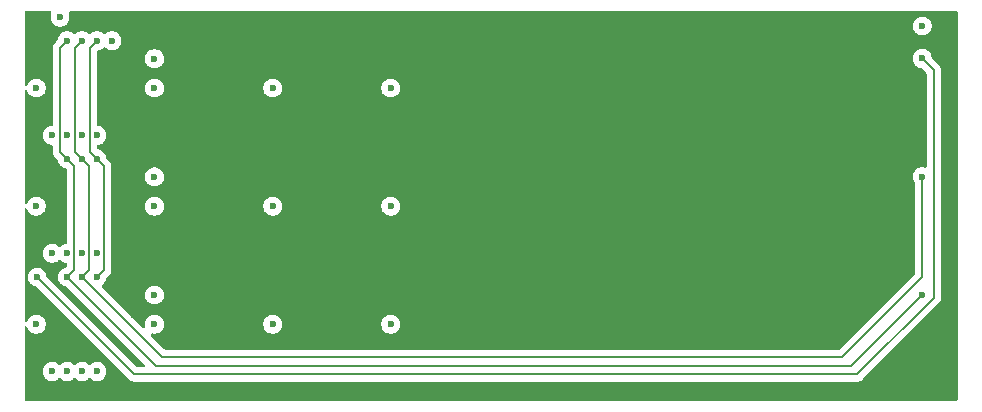
<source format=gbr>
%TF.GenerationSoftware,KiCad,Pcbnew,9.0.3*%
%TF.CreationDate,2025-08-28T14:22:22-04:00*%
%TF.ProjectId,Shift-LED-Board,53686966-742d-44c4-9544-2d426f617264,rev?*%
%TF.SameCoordinates,Original*%
%TF.FileFunction,Copper,L2,Inr*%
%TF.FilePolarity,Positive*%
%FSLAX46Y46*%
G04 Gerber Fmt 4.6, Leading zero omitted, Abs format (unit mm)*
G04 Created by KiCad (PCBNEW 9.0.3) date 2025-08-28 14:22:22*
%MOMM*%
%LPD*%
G01*
G04 APERTURE LIST*
%TA.AperFunction,ViaPad*%
%ADD10C,0.600000*%
%TD*%
%TA.AperFunction,Conductor*%
%ADD11C,0.200000*%
%TD*%
G04 APERTURE END LIST*
D10*
%TO.N,GND*%
X171000000Y-71250000D03*
X104250000Y-45250000D03*
X113000000Y-47250000D03*
X123000000Y-57250000D03*
X123000000Y-47250000D03*
X163000000Y-57250000D03*
X96055000Y-50000000D03*
X113000000Y-67250000D03*
X97750000Y-71500000D03*
X153000000Y-47250000D03*
X143000000Y-47250000D03*
X163000000Y-67250000D03*
X173000000Y-57250000D03*
X133000000Y-57250000D03*
X143000000Y-67250000D03*
X163000000Y-47250000D03*
X173000000Y-47250000D03*
X104250000Y-55250000D03*
X173000000Y-67250000D03*
X133000000Y-67250000D03*
X123000000Y-67250000D03*
X96055000Y-60000000D03*
X113000000Y-57250000D03*
X143000000Y-57250000D03*
X133000000Y-47250000D03*
X104250000Y-65250000D03*
X153000000Y-67250000D03*
%TO.N,/5V*%
X171000000Y-40750000D03*
X106000000Y-53525000D03*
X106000000Y-63525000D03*
X98000000Y-40000000D03*
X106000000Y-43525000D03*
%TO.N,Net-(U1-QA)*%
X96000000Y-46000000D03*
%TO.N,Net-(U1-QB)*%
X106000000Y-46000000D03*
%TO.N,Net-(U1-QC)*%
X116000000Y-46000000D03*
%TO.N,Net-(U1-QD)*%
X126000000Y-46000000D03*
%TO.N,Net-(U1-QE)*%
X101135000Y-50000000D03*
%TO.N,Net-(U1-QF)*%
X99865000Y-50000000D03*
%TO.N,Net-(U1-QG)*%
X98595000Y-50000000D03*
%TO.N,Net-(U1-QH)*%
X97325000Y-50000000D03*
%TO.N,Net-(U2-QA)*%
X96000000Y-56000000D03*
%TO.N,Net-(U2-QB)*%
X106000000Y-56000000D03*
%TO.N,Net-(U2-QC)*%
X116000000Y-56000000D03*
%TO.N,Net-(U2-QD)*%
X126000000Y-56000000D03*
%TO.N,Net-(U2-QE)*%
X101135000Y-60000000D03*
%TO.N,Net-(U2-QF)*%
X99865000Y-60000000D03*
%TO.N,Net-(U2-QG)*%
X98595000Y-60000000D03*
%TO.N,Net-(U2-QH)*%
X97325000Y-60000000D03*
%TO.N,Net-(U3-QA)*%
X96000000Y-66000000D03*
%TO.N,Net-(U3-QB)*%
X106000000Y-66000000D03*
%TO.N,Net-(U3-QC)*%
X116000000Y-66000000D03*
%TO.N,Net-(U3-QD)*%
X126000000Y-66000000D03*
%TO.N,Net-(U3-QE)*%
X101135000Y-70000000D03*
%TO.N,Net-(U3-QF)*%
X99865000Y-70000000D03*
%TO.N,Net-(U3-QG)*%
X98595000Y-70000000D03*
%TO.N,Net-(U3-QH)*%
X97325000Y-70000000D03*
%TO.N,/SER_IN*%
X102405000Y-42000000D03*
%TO.N,/SR_CLK*%
X98595000Y-52000000D03*
X98595000Y-42000000D03*
X98595000Y-62000000D03*
X171000000Y-63500000D03*
%TO.N,/OE*%
X101135000Y-42000000D03*
X101135000Y-62000000D03*
X101135000Y-52000000D03*
%TO.N,/RC_CLK*%
X171000000Y-53500000D03*
X99865000Y-42000000D03*
X99865000Y-62000000D03*
X99865000Y-52000000D03*
%TO.N,/SER_OUT*%
X171000000Y-43500000D03*
X96055000Y-62000000D03*
%TD*%
D11*
%TO.N,/SR_CLK*%
X97994000Y-51399000D02*
X98595000Y-52000000D01*
X97994000Y-42601000D02*
X97994000Y-51399000D01*
X99196000Y-52601000D02*
X99196000Y-61399000D01*
X98595000Y-42000000D02*
X97994000Y-42601000D01*
X98595000Y-52000000D02*
X99196000Y-52601000D01*
X171000000Y-63500000D02*
X165000000Y-69500000D01*
X165000000Y-69500000D02*
X106095000Y-69500000D01*
X106095000Y-69500000D02*
X98595000Y-62000000D01*
X99196000Y-61399000D02*
X98595000Y-62000000D01*
%TO.N,/OE*%
X101135000Y-42000000D02*
X100534000Y-42601000D01*
X101736000Y-61399000D02*
X101736000Y-52601000D01*
X100534000Y-51399000D02*
X101135000Y-52000000D01*
X101135000Y-62000000D02*
X101736000Y-61399000D01*
X101736000Y-52601000D02*
X101135000Y-52000000D01*
X100534000Y-42601000D02*
X100534000Y-51399000D01*
%TO.N,/RC_CLK*%
X99264000Y-42601000D02*
X99865000Y-42000000D01*
X100466000Y-52601000D02*
X100466000Y-61399000D01*
X99264000Y-51399000D02*
X99264000Y-42601000D01*
X99865000Y-52000000D02*
X100466000Y-52601000D01*
X106615000Y-68750000D02*
X99865000Y-62000000D01*
X171000000Y-53500000D02*
X171000000Y-62000000D01*
X99865000Y-52000000D02*
X99264000Y-51399000D01*
X164250000Y-68750000D02*
X106615000Y-68750000D01*
X100466000Y-61399000D02*
X99865000Y-62000000D01*
X171000000Y-62000000D02*
X164250000Y-68750000D01*
%TO.N,/SER_OUT*%
X165500000Y-70250000D02*
X172000000Y-63750000D01*
X104305000Y-70250000D02*
X165500000Y-70250000D01*
X172000000Y-44500000D02*
X171000000Y-43500000D01*
X96055000Y-62000000D02*
X104305000Y-70250000D01*
X172000000Y-63750000D02*
X172000000Y-44500000D01*
%TD*%
%TA.AperFunction,Conductor*%
%TO.N,GND*%
G36*
X97221905Y-39520185D02*
G01*
X97267660Y-39572989D01*
X97277604Y-39642147D01*
X97269427Y-39671953D01*
X97230263Y-39766502D01*
X97230261Y-39766510D01*
X97199500Y-39921153D01*
X97199500Y-40078846D01*
X97230261Y-40233489D01*
X97230264Y-40233501D01*
X97290602Y-40379172D01*
X97290609Y-40379185D01*
X97378210Y-40510288D01*
X97378213Y-40510292D01*
X97489707Y-40621786D01*
X97489711Y-40621789D01*
X97620814Y-40709390D01*
X97620827Y-40709397D01*
X97766498Y-40769735D01*
X97766503Y-40769737D01*
X97921153Y-40800499D01*
X97921156Y-40800500D01*
X97921158Y-40800500D01*
X98078844Y-40800500D01*
X98078845Y-40800499D01*
X98233497Y-40769737D01*
X98379179Y-40709394D01*
X98436411Y-40671153D01*
X170199500Y-40671153D01*
X170199500Y-40828846D01*
X170230261Y-40983489D01*
X170230264Y-40983501D01*
X170290602Y-41129172D01*
X170290609Y-41129185D01*
X170378210Y-41260288D01*
X170378213Y-41260292D01*
X170489707Y-41371786D01*
X170489711Y-41371789D01*
X170620814Y-41459390D01*
X170620827Y-41459397D01*
X170694013Y-41489711D01*
X170766503Y-41519737D01*
X170921153Y-41550499D01*
X170921156Y-41550500D01*
X170921158Y-41550500D01*
X171078844Y-41550500D01*
X171078845Y-41550499D01*
X171233497Y-41519737D01*
X171379179Y-41459394D01*
X171510289Y-41371789D01*
X171621789Y-41260289D01*
X171709394Y-41129179D01*
X171769737Y-40983497D01*
X171800500Y-40828842D01*
X171800500Y-40671158D01*
X171800500Y-40671155D01*
X171800499Y-40671153D01*
X171769738Y-40516510D01*
X171769737Y-40516503D01*
X171767163Y-40510288D01*
X171709397Y-40370827D01*
X171709390Y-40370814D01*
X171621789Y-40239711D01*
X171621786Y-40239707D01*
X171510292Y-40128213D01*
X171510288Y-40128210D01*
X171379185Y-40040609D01*
X171379172Y-40040602D01*
X171233501Y-39980264D01*
X171233489Y-39980261D01*
X171078845Y-39949500D01*
X171078842Y-39949500D01*
X170921158Y-39949500D01*
X170921155Y-39949500D01*
X170766510Y-39980261D01*
X170766498Y-39980264D01*
X170620827Y-40040602D01*
X170620814Y-40040609D01*
X170489711Y-40128210D01*
X170489707Y-40128213D01*
X170378213Y-40239707D01*
X170378210Y-40239711D01*
X170290609Y-40370814D01*
X170290602Y-40370827D01*
X170230264Y-40516498D01*
X170230261Y-40516510D01*
X170199500Y-40671153D01*
X98436411Y-40671153D01*
X98510289Y-40621789D01*
X98510292Y-40621786D01*
X98554694Y-40577385D01*
X98621786Y-40510292D01*
X98621789Y-40510289D01*
X98709394Y-40379179D01*
X98712854Y-40370827D01*
X98767163Y-40239711D01*
X98769737Y-40233497D01*
X98800500Y-40078842D01*
X98800500Y-39921158D01*
X98800500Y-39921155D01*
X98800499Y-39921153D01*
X98769738Y-39766510D01*
X98769737Y-39766503D01*
X98730572Y-39671951D01*
X98723104Y-39602483D01*
X98754379Y-39540004D01*
X98814468Y-39504352D01*
X98845134Y-39500500D01*
X173875500Y-39500500D01*
X173942539Y-39520185D01*
X173988294Y-39572989D01*
X173999500Y-39624500D01*
X173999500Y-72375500D01*
X173979815Y-72442539D01*
X173927011Y-72488294D01*
X173875500Y-72499500D01*
X95124500Y-72499500D01*
X95057461Y-72479815D01*
X95011706Y-72427011D01*
X95000500Y-72375500D01*
X95000500Y-69921153D01*
X96524500Y-69921153D01*
X96524500Y-70078846D01*
X96555261Y-70233489D01*
X96555264Y-70233501D01*
X96615602Y-70379172D01*
X96615609Y-70379185D01*
X96703210Y-70510288D01*
X96703213Y-70510292D01*
X96814707Y-70621786D01*
X96814711Y-70621789D01*
X96945814Y-70709390D01*
X96945827Y-70709397D01*
X97091498Y-70769735D01*
X97091503Y-70769737D01*
X97246153Y-70800499D01*
X97246156Y-70800500D01*
X97246158Y-70800500D01*
X97403844Y-70800500D01*
X97403845Y-70800499D01*
X97558497Y-70769737D01*
X97704179Y-70709394D01*
X97835289Y-70621789D01*
X97848577Y-70608501D01*
X97872319Y-70584760D01*
X97933642Y-70551275D01*
X98003334Y-70556259D01*
X98047681Y-70584760D01*
X98084707Y-70621786D01*
X98084711Y-70621789D01*
X98215814Y-70709390D01*
X98215827Y-70709397D01*
X98361498Y-70769735D01*
X98361503Y-70769737D01*
X98516153Y-70800499D01*
X98516156Y-70800500D01*
X98516158Y-70800500D01*
X98673844Y-70800500D01*
X98673845Y-70800499D01*
X98828497Y-70769737D01*
X98974179Y-70709394D01*
X99105289Y-70621789D01*
X99118577Y-70608501D01*
X99142319Y-70584760D01*
X99203642Y-70551275D01*
X99273334Y-70556259D01*
X99317681Y-70584760D01*
X99354707Y-70621786D01*
X99354711Y-70621789D01*
X99485814Y-70709390D01*
X99485827Y-70709397D01*
X99631498Y-70769735D01*
X99631503Y-70769737D01*
X99786153Y-70800499D01*
X99786156Y-70800500D01*
X99786158Y-70800500D01*
X99943844Y-70800500D01*
X99943845Y-70800499D01*
X100098497Y-70769737D01*
X100244179Y-70709394D01*
X100375289Y-70621789D01*
X100388577Y-70608501D01*
X100412319Y-70584760D01*
X100473642Y-70551275D01*
X100543334Y-70556259D01*
X100587681Y-70584760D01*
X100624707Y-70621786D01*
X100624711Y-70621789D01*
X100755814Y-70709390D01*
X100755827Y-70709397D01*
X100901498Y-70769735D01*
X100901503Y-70769737D01*
X101056153Y-70800499D01*
X101056156Y-70800500D01*
X101056158Y-70800500D01*
X101213844Y-70800500D01*
X101213845Y-70800499D01*
X101368497Y-70769737D01*
X101514179Y-70709394D01*
X101645289Y-70621789D01*
X101756789Y-70510289D01*
X101844394Y-70379179D01*
X101904737Y-70233497D01*
X101935500Y-70078842D01*
X101935500Y-69921158D01*
X101935500Y-69921155D01*
X101935499Y-69921153D01*
X101904738Y-69766510D01*
X101904737Y-69766503D01*
X101904735Y-69766498D01*
X101844397Y-69620827D01*
X101844390Y-69620814D01*
X101756789Y-69489711D01*
X101756786Y-69489707D01*
X101645292Y-69378213D01*
X101645288Y-69378210D01*
X101514185Y-69290609D01*
X101514172Y-69290602D01*
X101368501Y-69230264D01*
X101368489Y-69230261D01*
X101213845Y-69199500D01*
X101213842Y-69199500D01*
X101056158Y-69199500D01*
X101056155Y-69199500D01*
X100901510Y-69230261D01*
X100901498Y-69230264D01*
X100755827Y-69290602D01*
X100755814Y-69290609D01*
X100624711Y-69378210D01*
X100624707Y-69378213D01*
X100587681Y-69415240D01*
X100526358Y-69448725D01*
X100456666Y-69443741D01*
X100412319Y-69415240D01*
X100375292Y-69378213D01*
X100375288Y-69378210D01*
X100244185Y-69290609D01*
X100244172Y-69290602D01*
X100098501Y-69230264D01*
X100098489Y-69230261D01*
X99943845Y-69199500D01*
X99943842Y-69199500D01*
X99786158Y-69199500D01*
X99786155Y-69199500D01*
X99631510Y-69230261D01*
X99631498Y-69230264D01*
X99485827Y-69290602D01*
X99485814Y-69290609D01*
X99354711Y-69378210D01*
X99354707Y-69378213D01*
X99317681Y-69415240D01*
X99256358Y-69448725D01*
X99186666Y-69443741D01*
X99142319Y-69415240D01*
X99105292Y-69378213D01*
X99105288Y-69378210D01*
X98974185Y-69290609D01*
X98974172Y-69290602D01*
X98828501Y-69230264D01*
X98828489Y-69230261D01*
X98673845Y-69199500D01*
X98673842Y-69199500D01*
X98516158Y-69199500D01*
X98516155Y-69199500D01*
X98361510Y-69230261D01*
X98361498Y-69230264D01*
X98215827Y-69290602D01*
X98215814Y-69290609D01*
X98084711Y-69378210D01*
X98084707Y-69378213D01*
X98047681Y-69415240D01*
X97986358Y-69448725D01*
X97916666Y-69443741D01*
X97872319Y-69415240D01*
X97835292Y-69378213D01*
X97835288Y-69378210D01*
X97704185Y-69290609D01*
X97704172Y-69290602D01*
X97558501Y-69230264D01*
X97558489Y-69230261D01*
X97403845Y-69199500D01*
X97403842Y-69199500D01*
X97246158Y-69199500D01*
X97246155Y-69199500D01*
X97091510Y-69230261D01*
X97091498Y-69230264D01*
X96945827Y-69290602D01*
X96945814Y-69290609D01*
X96814711Y-69378210D01*
X96814707Y-69378213D01*
X96703213Y-69489707D01*
X96703210Y-69489711D01*
X96615609Y-69620814D01*
X96615602Y-69620827D01*
X96555264Y-69766498D01*
X96555261Y-69766510D01*
X96524500Y-69921153D01*
X95000500Y-69921153D01*
X95000500Y-66302190D01*
X95020185Y-66235151D01*
X95072989Y-66189396D01*
X95142147Y-66179452D01*
X95205703Y-66208477D01*
X95239061Y-66254738D01*
X95290602Y-66379172D01*
X95290609Y-66379185D01*
X95378210Y-66510288D01*
X95378213Y-66510292D01*
X95489707Y-66621786D01*
X95489711Y-66621789D01*
X95620814Y-66709390D01*
X95620827Y-66709397D01*
X95766498Y-66769735D01*
X95766503Y-66769737D01*
X95921153Y-66800499D01*
X95921156Y-66800500D01*
X95921158Y-66800500D01*
X96078844Y-66800500D01*
X96078845Y-66800499D01*
X96233497Y-66769737D01*
X96379179Y-66709394D01*
X96510289Y-66621789D01*
X96621789Y-66510289D01*
X96709394Y-66379179D01*
X96769737Y-66233497D01*
X96800500Y-66078842D01*
X96800500Y-65921158D01*
X96800500Y-65921155D01*
X96800499Y-65921153D01*
X96769738Y-65766510D01*
X96769737Y-65766503D01*
X96760938Y-65745261D01*
X96709397Y-65620827D01*
X96709390Y-65620814D01*
X96621789Y-65489711D01*
X96621786Y-65489707D01*
X96510292Y-65378213D01*
X96510288Y-65378210D01*
X96379185Y-65290609D01*
X96379172Y-65290602D01*
X96233501Y-65230264D01*
X96233489Y-65230261D01*
X96078845Y-65199500D01*
X96078842Y-65199500D01*
X95921158Y-65199500D01*
X95921155Y-65199500D01*
X95766510Y-65230261D01*
X95766498Y-65230264D01*
X95620827Y-65290602D01*
X95620814Y-65290609D01*
X95489711Y-65378210D01*
X95489707Y-65378213D01*
X95378213Y-65489707D01*
X95378210Y-65489711D01*
X95290609Y-65620814D01*
X95290602Y-65620827D01*
X95239061Y-65745261D01*
X95195220Y-65799665D01*
X95128926Y-65821730D01*
X95061227Y-65804451D01*
X95013616Y-65753314D01*
X95000500Y-65697809D01*
X95000500Y-61921153D01*
X95254500Y-61921153D01*
X95254500Y-62078846D01*
X95285261Y-62233489D01*
X95285264Y-62233501D01*
X95345602Y-62379172D01*
X95345609Y-62379185D01*
X95433210Y-62510288D01*
X95433213Y-62510292D01*
X95544707Y-62621786D01*
X95544711Y-62621789D01*
X95675814Y-62709390D01*
X95675827Y-62709397D01*
X95821498Y-62769735D01*
X95821503Y-62769737D01*
X95886147Y-62782595D01*
X95976849Y-62800638D01*
X96038760Y-62833023D01*
X96040339Y-62834574D01*
X103820139Y-70614374D01*
X103820149Y-70614385D01*
X103824479Y-70618715D01*
X103824480Y-70618716D01*
X103936284Y-70730520D01*
X104023095Y-70780639D01*
X104023097Y-70780641D01*
X104057492Y-70800499D01*
X104073215Y-70809577D01*
X104225943Y-70850501D01*
X104225946Y-70850501D01*
X104391653Y-70850501D01*
X104391669Y-70850500D01*
X165413331Y-70850500D01*
X165413347Y-70850501D01*
X165420943Y-70850501D01*
X165579054Y-70850501D01*
X165579057Y-70850501D01*
X165731785Y-70809577D01*
X165781904Y-70780639D01*
X165868716Y-70730520D01*
X165980520Y-70618716D01*
X165980520Y-70618714D01*
X165990728Y-70608507D01*
X165990730Y-70608504D01*
X172358506Y-64240728D01*
X172358511Y-64240724D01*
X172368714Y-64230520D01*
X172368716Y-64230520D01*
X172480520Y-64118716D01*
X172484030Y-64112635D01*
X172546013Y-64005279D01*
X172546014Y-64005277D01*
X172551517Y-63995743D01*
X172559577Y-63981785D01*
X172600500Y-63829057D01*
X172600500Y-63670943D01*
X172600500Y-44589060D01*
X172600501Y-44589047D01*
X172600501Y-44420944D01*
X172576942Y-44333023D01*
X172559577Y-44268216D01*
X172525618Y-44209397D01*
X172480524Y-44131290D01*
X172480518Y-44131282D01*
X171834573Y-43485337D01*
X171801088Y-43424014D01*
X171800637Y-43421847D01*
X171769738Y-43266510D01*
X171769737Y-43266503D01*
X171719752Y-43145827D01*
X171709397Y-43120827D01*
X171709390Y-43120814D01*
X171621789Y-42989711D01*
X171621786Y-42989707D01*
X171510292Y-42878213D01*
X171510288Y-42878210D01*
X171379185Y-42790609D01*
X171379172Y-42790602D01*
X171233501Y-42730264D01*
X171233489Y-42730261D01*
X171078845Y-42699500D01*
X171078842Y-42699500D01*
X170921158Y-42699500D01*
X170921155Y-42699500D01*
X170766510Y-42730261D01*
X170766498Y-42730264D01*
X170620827Y-42790602D01*
X170620814Y-42790609D01*
X170489711Y-42878210D01*
X170489707Y-42878213D01*
X170378213Y-42989707D01*
X170378210Y-42989711D01*
X170290609Y-43120814D01*
X170290602Y-43120827D01*
X170230264Y-43266498D01*
X170230261Y-43266510D01*
X170199500Y-43421153D01*
X170199500Y-43578846D01*
X170230261Y-43733489D01*
X170230264Y-43733501D01*
X170290602Y-43879172D01*
X170290609Y-43879185D01*
X170378210Y-44010288D01*
X170378213Y-44010292D01*
X170489707Y-44121786D01*
X170489711Y-44121789D01*
X170620814Y-44209390D01*
X170620827Y-44209397D01*
X170762814Y-44268209D01*
X170766503Y-44269737D01*
X170831147Y-44282595D01*
X170921849Y-44300638D01*
X170983760Y-44333023D01*
X170985339Y-44334574D01*
X171363181Y-44712416D01*
X171396666Y-44773739D01*
X171399500Y-44800097D01*
X171399500Y-52613444D01*
X171379815Y-52680483D01*
X171327011Y-52726238D01*
X171257853Y-52736182D01*
X171239575Y-52731202D01*
X171239324Y-52732031D01*
X171233500Y-52730264D01*
X171233497Y-52730263D01*
X171233492Y-52730262D01*
X171233489Y-52730261D01*
X171078845Y-52699500D01*
X171078842Y-52699500D01*
X170921158Y-52699500D01*
X170921155Y-52699500D01*
X170766510Y-52730261D01*
X170766498Y-52730264D01*
X170620827Y-52790602D01*
X170620814Y-52790609D01*
X170489711Y-52878210D01*
X170489707Y-52878213D01*
X170378213Y-52989707D01*
X170378210Y-52989711D01*
X170290609Y-53120814D01*
X170290602Y-53120827D01*
X170230264Y-53266498D01*
X170230261Y-53266510D01*
X170199500Y-53421153D01*
X170199500Y-53578846D01*
X170230261Y-53733489D01*
X170230264Y-53733501D01*
X170290602Y-53879172D01*
X170290609Y-53879185D01*
X170378602Y-54010874D01*
X170399480Y-54077551D01*
X170399500Y-54079765D01*
X170399500Y-61699902D01*
X170379815Y-61766941D01*
X170363181Y-61787583D01*
X164037584Y-68113181D01*
X163976261Y-68146666D01*
X163949903Y-68149500D01*
X106915098Y-68149500D01*
X106848059Y-68129815D01*
X106827417Y-68113181D01*
X106817894Y-68103658D01*
X105702864Y-66988628D01*
X105669380Y-66927307D01*
X105674364Y-66857615D01*
X105716236Y-66801682D01*
X105781700Y-66777265D01*
X105814737Y-66779332D01*
X105921153Y-66800499D01*
X105921156Y-66800500D01*
X105921158Y-66800500D01*
X106078844Y-66800500D01*
X106078845Y-66800499D01*
X106233497Y-66769737D01*
X106379179Y-66709394D01*
X106510289Y-66621789D01*
X106621789Y-66510289D01*
X106709394Y-66379179D01*
X106769737Y-66233497D01*
X106800500Y-66078842D01*
X106800500Y-65921158D01*
X106800500Y-65921155D01*
X106800499Y-65921153D01*
X115199500Y-65921153D01*
X115199500Y-66078846D01*
X115230261Y-66233489D01*
X115230264Y-66233501D01*
X115290602Y-66379172D01*
X115290609Y-66379185D01*
X115378210Y-66510288D01*
X115378213Y-66510292D01*
X115489707Y-66621786D01*
X115489711Y-66621789D01*
X115620814Y-66709390D01*
X115620827Y-66709397D01*
X115766498Y-66769735D01*
X115766503Y-66769737D01*
X115921153Y-66800499D01*
X115921156Y-66800500D01*
X115921158Y-66800500D01*
X116078844Y-66800500D01*
X116078845Y-66800499D01*
X116233497Y-66769737D01*
X116379179Y-66709394D01*
X116510289Y-66621789D01*
X116621789Y-66510289D01*
X116709394Y-66379179D01*
X116769737Y-66233497D01*
X116800500Y-66078842D01*
X116800500Y-65921158D01*
X116800500Y-65921155D01*
X116800499Y-65921153D01*
X125199500Y-65921153D01*
X125199500Y-66078846D01*
X125230261Y-66233489D01*
X125230264Y-66233501D01*
X125290602Y-66379172D01*
X125290609Y-66379185D01*
X125378210Y-66510288D01*
X125378213Y-66510292D01*
X125489707Y-66621786D01*
X125489711Y-66621789D01*
X125620814Y-66709390D01*
X125620827Y-66709397D01*
X125766498Y-66769735D01*
X125766503Y-66769737D01*
X125921153Y-66800499D01*
X125921156Y-66800500D01*
X125921158Y-66800500D01*
X126078844Y-66800500D01*
X126078845Y-66800499D01*
X126233497Y-66769737D01*
X126379179Y-66709394D01*
X126510289Y-66621789D01*
X126621789Y-66510289D01*
X126709394Y-66379179D01*
X126769737Y-66233497D01*
X126800500Y-66078842D01*
X126800500Y-65921158D01*
X126800500Y-65921155D01*
X126800499Y-65921153D01*
X126769738Y-65766510D01*
X126769737Y-65766503D01*
X126760938Y-65745261D01*
X126709397Y-65620827D01*
X126709390Y-65620814D01*
X126621789Y-65489711D01*
X126621786Y-65489707D01*
X126510292Y-65378213D01*
X126510288Y-65378210D01*
X126379185Y-65290609D01*
X126379172Y-65290602D01*
X126233501Y-65230264D01*
X126233489Y-65230261D01*
X126078845Y-65199500D01*
X126078842Y-65199500D01*
X125921158Y-65199500D01*
X125921155Y-65199500D01*
X125766510Y-65230261D01*
X125766498Y-65230264D01*
X125620827Y-65290602D01*
X125620814Y-65290609D01*
X125489711Y-65378210D01*
X125489707Y-65378213D01*
X125378213Y-65489707D01*
X125378210Y-65489711D01*
X125290609Y-65620814D01*
X125290602Y-65620827D01*
X125230264Y-65766498D01*
X125230261Y-65766510D01*
X125199500Y-65921153D01*
X116800499Y-65921153D01*
X116769738Y-65766510D01*
X116769737Y-65766503D01*
X116760938Y-65745261D01*
X116709397Y-65620827D01*
X116709390Y-65620814D01*
X116621789Y-65489711D01*
X116621786Y-65489707D01*
X116510292Y-65378213D01*
X116510288Y-65378210D01*
X116379185Y-65290609D01*
X116379172Y-65290602D01*
X116233501Y-65230264D01*
X116233489Y-65230261D01*
X116078845Y-65199500D01*
X116078842Y-65199500D01*
X115921158Y-65199500D01*
X115921155Y-65199500D01*
X115766510Y-65230261D01*
X115766498Y-65230264D01*
X115620827Y-65290602D01*
X115620814Y-65290609D01*
X115489711Y-65378210D01*
X115489707Y-65378213D01*
X115378213Y-65489707D01*
X115378210Y-65489711D01*
X115290609Y-65620814D01*
X115290602Y-65620827D01*
X115230264Y-65766498D01*
X115230261Y-65766510D01*
X115199500Y-65921153D01*
X106800499Y-65921153D01*
X106769738Y-65766510D01*
X106769737Y-65766503D01*
X106760938Y-65745261D01*
X106709397Y-65620827D01*
X106709390Y-65620814D01*
X106621789Y-65489711D01*
X106621786Y-65489707D01*
X106510292Y-65378213D01*
X106510288Y-65378210D01*
X106379185Y-65290609D01*
X106379172Y-65290602D01*
X106233501Y-65230264D01*
X106233489Y-65230261D01*
X106078845Y-65199500D01*
X106078842Y-65199500D01*
X105921158Y-65199500D01*
X105921155Y-65199500D01*
X105766510Y-65230261D01*
X105766498Y-65230264D01*
X105620827Y-65290602D01*
X105620814Y-65290609D01*
X105489711Y-65378210D01*
X105489707Y-65378213D01*
X105378213Y-65489707D01*
X105378210Y-65489711D01*
X105290609Y-65620814D01*
X105290602Y-65620827D01*
X105230264Y-65766498D01*
X105230261Y-65766510D01*
X105199500Y-65921153D01*
X105199500Y-66078846D01*
X105220667Y-66185262D01*
X105214440Y-66254854D01*
X105171576Y-66310031D01*
X105105686Y-66333275D01*
X105037690Y-66317207D01*
X105011371Y-66297136D01*
X102160388Y-63446153D01*
X105199500Y-63446153D01*
X105199500Y-63603846D01*
X105230261Y-63758489D01*
X105230264Y-63758501D01*
X105290602Y-63904172D01*
X105290609Y-63904185D01*
X105378210Y-64035288D01*
X105378213Y-64035292D01*
X105489707Y-64146786D01*
X105489711Y-64146789D01*
X105620814Y-64234390D01*
X105620827Y-64234397D01*
X105766498Y-64294735D01*
X105766503Y-64294737D01*
X105921153Y-64325499D01*
X105921156Y-64325500D01*
X105921158Y-64325500D01*
X106078844Y-64325500D01*
X106078845Y-64325499D01*
X106233497Y-64294737D01*
X106379179Y-64234394D01*
X106510289Y-64146789D01*
X106621789Y-64035289D01*
X106709394Y-63904179D01*
X106769737Y-63758497D01*
X106800500Y-63603842D01*
X106800500Y-63446158D01*
X106800500Y-63446155D01*
X106800499Y-63446153D01*
X106769738Y-63291510D01*
X106769737Y-63291503D01*
X106769735Y-63291498D01*
X106709397Y-63145827D01*
X106709390Y-63145814D01*
X106621789Y-63014711D01*
X106621786Y-63014707D01*
X106510292Y-62903213D01*
X106510288Y-62903210D01*
X106379185Y-62815609D01*
X106379172Y-62815602D01*
X106233501Y-62755264D01*
X106233489Y-62755261D01*
X106078845Y-62724500D01*
X106078842Y-62724500D01*
X105921158Y-62724500D01*
X105921155Y-62724500D01*
X105766510Y-62755261D01*
X105766498Y-62755264D01*
X105620827Y-62815602D01*
X105620814Y-62815609D01*
X105489711Y-62903210D01*
X105489707Y-62903213D01*
X105378213Y-63014707D01*
X105378210Y-63014711D01*
X105290609Y-63145814D01*
X105290602Y-63145827D01*
X105230264Y-63291498D01*
X105230261Y-63291510D01*
X105199500Y-63446153D01*
X102160388Y-63446153D01*
X101566737Y-62852502D01*
X101533253Y-62791180D01*
X101538237Y-62721488D01*
X101580109Y-62665555D01*
X101585529Y-62661720D01*
X101623624Y-62636264D01*
X101645289Y-62621789D01*
X101756789Y-62510289D01*
X101844394Y-62379179D01*
X101904737Y-62233497D01*
X101924113Y-62136085D01*
X101935638Y-62078150D01*
X101944403Y-62061393D01*
X101948423Y-62042915D01*
X101967169Y-62017871D01*
X101968023Y-62016239D01*
X101969476Y-62014757D01*
X102094509Y-61889724D01*
X102094514Y-61889721D01*
X102104714Y-61879520D01*
X102104716Y-61879520D01*
X102216520Y-61767716D01*
X102295577Y-61630784D01*
X102332034Y-61494724D01*
X102336500Y-61478058D01*
X102336500Y-61319943D01*
X102336500Y-55921153D01*
X105199500Y-55921153D01*
X105199500Y-56078846D01*
X105230261Y-56233489D01*
X105230264Y-56233501D01*
X105290602Y-56379172D01*
X105290609Y-56379185D01*
X105378210Y-56510288D01*
X105378213Y-56510292D01*
X105489707Y-56621786D01*
X105489711Y-56621789D01*
X105620814Y-56709390D01*
X105620827Y-56709397D01*
X105766498Y-56769735D01*
X105766503Y-56769737D01*
X105921153Y-56800499D01*
X105921156Y-56800500D01*
X105921158Y-56800500D01*
X106078844Y-56800500D01*
X106078845Y-56800499D01*
X106233497Y-56769737D01*
X106379179Y-56709394D01*
X106510289Y-56621789D01*
X106621789Y-56510289D01*
X106709394Y-56379179D01*
X106769737Y-56233497D01*
X106800500Y-56078842D01*
X106800500Y-55921158D01*
X106800500Y-55921155D01*
X106800499Y-55921153D01*
X115199500Y-55921153D01*
X115199500Y-56078846D01*
X115230261Y-56233489D01*
X115230264Y-56233501D01*
X115290602Y-56379172D01*
X115290609Y-56379185D01*
X115378210Y-56510288D01*
X115378213Y-56510292D01*
X115489707Y-56621786D01*
X115489711Y-56621789D01*
X115620814Y-56709390D01*
X115620827Y-56709397D01*
X115766498Y-56769735D01*
X115766503Y-56769737D01*
X115921153Y-56800499D01*
X115921156Y-56800500D01*
X115921158Y-56800500D01*
X116078844Y-56800500D01*
X116078845Y-56800499D01*
X116233497Y-56769737D01*
X116379179Y-56709394D01*
X116510289Y-56621789D01*
X116621789Y-56510289D01*
X116709394Y-56379179D01*
X116769737Y-56233497D01*
X116800500Y-56078842D01*
X116800500Y-55921158D01*
X116800500Y-55921155D01*
X116800499Y-55921153D01*
X125199500Y-55921153D01*
X125199500Y-56078846D01*
X125230261Y-56233489D01*
X125230264Y-56233501D01*
X125290602Y-56379172D01*
X125290609Y-56379185D01*
X125378210Y-56510288D01*
X125378213Y-56510292D01*
X125489707Y-56621786D01*
X125489711Y-56621789D01*
X125620814Y-56709390D01*
X125620827Y-56709397D01*
X125766498Y-56769735D01*
X125766503Y-56769737D01*
X125921153Y-56800499D01*
X125921156Y-56800500D01*
X125921158Y-56800500D01*
X126078844Y-56800500D01*
X126078845Y-56800499D01*
X126233497Y-56769737D01*
X126379179Y-56709394D01*
X126510289Y-56621789D01*
X126621789Y-56510289D01*
X126709394Y-56379179D01*
X126769737Y-56233497D01*
X126800500Y-56078842D01*
X126800500Y-55921158D01*
X126800500Y-55921155D01*
X126800499Y-55921153D01*
X126769738Y-55766510D01*
X126769737Y-55766503D01*
X126760938Y-55745261D01*
X126709397Y-55620827D01*
X126709390Y-55620814D01*
X126621789Y-55489711D01*
X126621786Y-55489707D01*
X126510292Y-55378213D01*
X126510288Y-55378210D01*
X126379185Y-55290609D01*
X126379172Y-55290602D01*
X126233501Y-55230264D01*
X126233489Y-55230261D01*
X126078845Y-55199500D01*
X126078842Y-55199500D01*
X125921158Y-55199500D01*
X125921155Y-55199500D01*
X125766510Y-55230261D01*
X125766498Y-55230264D01*
X125620827Y-55290602D01*
X125620814Y-55290609D01*
X125489711Y-55378210D01*
X125489707Y-55378213D01*
X125378213Y-55489707D01*
X125378210Y-55489711D01*
X125290609Y-55620814D01*
X125290602Y-55620827D01*
X125230264Y-55766498D01*
X125230261Y-55766510D01*
X125199500Y-55921153D01*
X116800499Y-55921153D01*
X116769738Y-55766510D01*
X116769737Y-55766503D01*
X116760938Y-55745261D01*
X116709397Y-55620827D01*
X116709390Y-55620814D01*
X116621789Y-55489711D01*
X116621786Y-55489707D01*
X116510292Y-55378213D01*
X116510288Y-55378210D01*
X116379185Y-55290609D01*
X116379172Y-55290602D01*
X116233501Y-55230264D01*
X116233489Y-55230261D01*
X116078845Y-55199500D01*
X116078842Y-55199500D01*
X115921158Y-55199500D01*
X115921155Y-55199500D01*
X115766510Y-55230261D01*
X115766498Y-55230264D01*
X115620827Y-55290602D01*
X115620814Y-55290609D01*
X115489711Y-55378210D01*
X115489707Y-55378213D01*
X115378213Y-55489707D01*
X115378210Y-55489711D01*
X115290609Y-55620814D01*
X115290602Y-55620827D01*
X115230264Y-55766498D01*
X115230261Y-55766510D01*
X115199500Y-55921153D01*
X106800499Y-55921153D01*
X106769738Y-55766510D01*
X106769737Y-55766503D01*
X106760938Y-55745261D01*
X106709397Y-55620827D01*
X106709390Y-55620814D01*
X106621789Y-55489711D01*
X106621786Y-55489707D01*
X106510292Y-55378213D01*
X106510288Y-55378210D01*
X106379185Y-55290609D01*
X106379172Y-55290602D01*
X106233501Y-55230264D01*
X106233489Y-55230261D01*
X106078845Y-55199500D01*
X106078842Y-55199500D01*
X105921158Y-55199500D01*
X105921155Y-55199500D01*
X105766510Y-55230261D01*
X105766498Y-55230264D01*
X105620827Y-55290602D01*
X105620814Y-55290609D01*
X105489711Y-55378210D01*
X105489707Y-55378213D01*
X105378213Y-55489707D01*
X105378210Y-55489711D01*
X105290609Y-55620814D01*
X105290602Y-55620827D01*
X105230264Y-55766498D01*
X105230261Y-55766510D01*
X105199500Y-55921153D01*
X102336500Y-55921153D01*
X102336500Y-53446153D01*
X105199500Y-53446153D01*
X105199500Y-53603846D01*
X105230261Y-53758489D01*
X105230264Y-53758501D01*
X105290602Y-53904172D01*
X105290609Y-53904185D01*
X105378210Y-54035288D01*
X105378213Y-54035292D01*
X105489707Y-54146786D01*
X105489711Y-54146789D01*
X105620814Y-54234390D01*
X105620827Y-54234397D01*
X105766498Y-54294735D01*
X105766503Y-54294737D01*
X105921153Y-54325499D01*
X105921156Y-54325500D01*
X105921158Y-54325500D01*
X106078844Y-54325500D01*
X106078845Y-54325499D01*
X106233497Y-54294737D01*
X106379179Y-54234394D01*
X106510289Y-54146789D01*
X106621789Y-54035289D01*
X106709394Y-53904179D01*
X106769737Y-53758497D01*
X106800500Y-53603842D01*
X106800500Y-53446158D01*
X106800500Y-53446155D01*
X106800499Y-53446153D01*
X106769738Y-53291510D01*
X106769737Y-53291503D01*
X106759380Y-53266498D01*
X106709397Y-53145827D01*
X106709390Y-53145814D01*
X106621789Y-53014711D01*
X106621786Y-53014707D01*
X106510292Y-52903213D01*
X106510288Y-52903210D01*
X106379185Y-52815609D01*
X106379172Y-52815602D01*
X106233501Y-52755264D01*
X106233489Y-52755261D01*
X106078845Y-52724500D01*
X106078842Y-52724500D01*
X105921158Y-52724500D01*
X105921155Y-52724500D01*
X105766510Y-52755261D01*
X105766498Y-52755264D01*
X105620827Y-52815602D01*
X105620814Y-52815609D01*
X105489711Y-52903210D01*
X105489707Y-52903213D01*
X105378213Y-53014707D01*
X105378210Y-53014711D01*
X105290609Y-53145814D01*
X105290602Y-53145827D01*
X105230264Y-53291498D01*
X105230261Y-53291510D01*
X105199500Y-53446153D01*
X102336500Y-53446153D01*
X102336500Y-52521943D01*
X102333377Y-52510289D01*
X102307756Y-52414669D01*
X102295577Y-52369216D01*
X102217223Y-52233501D01*
X102216524Y-52232290D01*
X102216521Y-52232286D01*
X102216520Y-52232284D01*
X102104716Y-52120480D01*
X102104715Y-52120479D01*
X102100385Y-52116149D01*
X102100374Y-52116139D01*
X101969574Y-51985339D01*
X101936089Y-51924016D01*
X101935638Y-51921849D01*
X101904978Y-51767716D01*
X101904737Y-51766503D01*
X101869281Y-51680904D01*
X101844397Y-51620827D01*
X101844390Y-51620814D01*
X101756789Y-51489711D01*
X101756786Y-51489707D01*
X101645292Y-51378213D01*
X101645288Y-51378210D01*
X101514185Y-51290609D01*
X101514172Y-51290602D01*
X101368501Y-51230264D01*
X101368491Y-51230261D01*
X101234308Y-51203570D01*
X101206177Y-51188855D01*
X101177297Y-51175666D01*
X101175440Y-51172776D01*
X101172397Y-51171185D01*
X101156684Y-51143592D01*
X101139523Y-51116888D01*
X101138862Y-51112294D01*
X101137823Y-51110469D01*
X101134500Y-51081953D01*
X101134500Y-50918046D01*
X101154185Y-50851007D01*
X101206989Y-50805252D01*
X101234309Y-50796429D01*
X101263848Y-50790552D01*
X101368497Y-50769737D01*
X101514179Y-50709394D01*
X101645289Y-50621789D01*
X101756789Y-50510289D01*
X101844394Y-50379179D01*
X101904737Y-50233497D01*
X101935500Y-50078842D01*
X101935500Y-49921158D01*
X101935500Y-49921155D01*
X101935499Y-49921153D01*
X101904738Y-49766510D01*
X101904737Y-49766503D01*
X101904735Y-49766498D01*
X101844397Y-49620827D01*
X101844390Y-49620814D01*
X101756789Y-49489711D01*
X101756786Y-49489707D01*
X101645292Y-49378213D01*
X101645288Y-49378210D01*
X101514185Y-49290609D01*
X101514172Y-49290602D01*
X101368501Y-49230264D01*
X101368491Y-49230261D01*
X101234308Y-49203570D01*
X101172397Y-49171185D01*
X101137823Y-49110469D01*
X101134500Y-49081953D01*
X101134500Y-45921153D01*
X105199500Y-45921153D01*
X105199500Y-46078846D01*
X105230261Y-46233489D01*
X105230264Y-46233501D01*
X105290602Y-46379172D01*
X105290609Y-46379185D01*
X105378210Y-46510288D01*
X105378213Y-46510292D01*
X105489707Y-46621786D01*
X105489711Y-46621789D01*
X105620814Y-46709390D01*
X105620827Y-46709397D01*
X105766498Y-46769735D01*
X105766503Y-46769737D01*
X105921153Y-46800499D01*
X105921156Y-46800500D01*
X105921158Y-46800500D01*
X106078844Y-46800500D01*
X106078845Y-46800499D01*
X106233497Y-46769737D01*
X106379179Y-46709394D01*
X106510289Y-46621789D01*
X106621789Y-46510289D01*
X106709394Y-46379179D01*
X106769737Y-46233497D01*
X106800500Y-46078842D01*
X106800500Y-45921158D01*
X106800500Y-45921155D01*
X106800499Y-45921153D01*
X115199500Y-45921153D01*
X115199500Y-46078846D01*
X115230261Y-46233489D01*
X115230264Y-46233501D01*
X115290602Y-46379172D01*
X115290609Y-46379185D01*
X115378210Y-46510288D01*
X115378213Y-46510292D01*
X115489707Y-46621786D01*
X115489711Y-46621789D01*
X115620814Y-46709390D01*
X115620827Y-46709397D01*
X115766498Y-46769735D01*
X115766503Y-46769737D01*
X115921153Y-46800499D01*
X115921156Y-46800500D01*
X115921158Y-46800500D01*
X116078844Y-46800500D01*
X116078845Y-46800499D01*
X116233497Y-46769737D01*
X116379179Y-46709394D01*
X116510289Y-46621789D01*
X116621789Y-46510289D01*
X116709394Y-46379179D01*
X116769737Y-46233497D01*
X116800500Y-46078842D01*
X116800500Y-45921158D01*
X116800500Y-45921155D01*
X116800499Y-45921153D01*
X125199500Y-45921153D01*
X125199500Y-46078846D01*
X125230261Y-46233489D01*
X125230264Y-46233501D01*
X125290602Y-46379172D01*
X125290609Y-46379185D01*
X125378210Y-46510288D01*
X125378213Y-46510292D01*
X125489707Y-46621786D01*
X125489711Y-46621789D01*
X125620814Y-46709390D01*
X125620827Y-46709397D01*
X125766498Y-46769735D01*
X125766503Y-46769737D01*
X125921153Y-46800499D01*
X125921156Y-46800500D01*
X125921158Y-46800500D01*
X126078844Y-46800500D01*
X126078845Y-46800499D01*
X126233497Y-46769737D01*
X126379179Y-46709394D01*
X126510289Y-46621789D01*
X126621789Y-46510289D01*
X126709394Y-46379179D01*
X126769737Y-46233497D01*
X126800500Y-46078842D01*
X126800500Y-45921158D01*
X126800500Y-45921155D01*
X126800499Y-45921153D01*
X126769738Y-45766510D01*
X126769737Y-45766503D01*
X126760938Y-45745261D01*
X126709397Y-45620827D01*
X126709390Y-45620814D01*
X126621789Y-45489711D01*
X126621786Y-45489707D01*
X126510292Y-45378213D01*
X126510288Y-45378210D01*
X126379185Y-45290609D01*
X126379172Y-45290602D01*
X126233501Y-45230264D01*
X126233489Y-45230261D01*
X126078845Y-45199500D01*
X126078842Y-45199500D01*
X125921158Y-45199500D01*
X125921155Y-45199500D01*
X125766510Y-45230261D01*
X125766498Y-45230264D01*
X125620827Y-45290602D01*
X125620814Y-45290609D01*
X125489711Y-45378210D01*
X125489707Y-45378213D01*
X125378213Y-45489707D01*
X125378210Y-45489711D01*
X125290609Y-45620814D01*
X125290602Y-45620827D01*
X125230264Y-45766498D01*
X125230261Y-45766510D01*
X125199500Y-45921153D01*
X116800499Y-45921153D01*
X116769738Y-45766510D01*
X116769737Y-45766503D01*
X116760938Y-45745261D01*
X116709397Y-45620827D01*
X116709390Y-45620814D01*
X116621789Y-45489711D01*
X116621786Y-45489707D01*
X116510292Y-45378213D01*
X116510288Y-45378210D01*
X116379185Y-45290609D01*
X116379172Y-45290602D01*
X116233501Y-45230264D01*
X116233489Y-45230261D01*
X116078845Y-45199500D01*
X116078842Y-45199500D01*
X115921158Y-45199500D01*
X115921155Y-45199500D01*
X115766510Y-45230261D01*
X115766498Y-45230264D01*
X115620827Y-45290602D01*
X115620814Y-45290609D01*
X115489711Y-45378210D01*
X115489707Y-45378213D01*
X115378213Y-45489707D01*
X115378210Y-45489711D01*
X115290609Y-45620814D01*
X115290602Y-45620827D01*
X115230264Y-45766498D01*
X115230261Y-45766510D01*
X115199500Y-45921153D01*
X106800499Y-45921153D01*
X106769738Y-45766510D01*
X106769737Y-45766503D01*
X106760938Y-45745261D01*
X106709397Y-45620827D01*
X106709390Y-45620814D01*
X106621789Y-45489711D01*
X106621786Y-45489707D01*
X106510292Y-45378213D01*
X106510288Y-45378210D01*
X106379185Y-45290609D01*
X106379172Y-45290602D01*
X106233501Y-45230264D01*
X106233489Y-45230261D01*
X106078845Y-45199500D01*
X106078842Y-45199500D01*
X105921158Y-45199500D01*
X105921155Y-45199500D01*
X105766510Y-45230261D01*
X105766498Y-45230264D01*
X105620827Y-45290602D01*
X105620814Y-45290609D01*
X105489711Y-45378210D01*
X105489707Y-45378213D01*
X105378213Y-45489707D01*
X105378210Y-45489711D01*
X105290609Y-45620814D01*
X105290602Y-45620827D01*
X105230264Y-45766498D01*
X105230261Y-45766510D01*
X105199500Y-45921153D01*
X101134500Y-45921153D01*
X101134500Y-43446153D01*
X105199500Y-43446153D01*
X105199500Y-43603846D01*
X105230261Y-43758489D01*
X105230264Y-43758501D01*
X105290602Y-43904172D01*
X105290609Y-43904185D01*
X105378210Y-44035288D01*
X105378213Y-44035292D01*
X105489707Y-44146786D01*
X105489711Y-44146789D01*
X105620814Y-44234390D01*
X105620827Y-44234397D01*
X105766498Y-44294735D01*
X105766503Y-44294737D01*
X105921153Y-44325499D01*
X105921156Y-44325500D01*
X105921158Y-44325500D01*
X106078844Y-44325500D01*
X106078845Y-44325499D01*
X106233497Y-44294737D01*
X106379179Y-44234394D01*
X106510289Y-44146789D01*
X106621789Y-44035289D01*
X106709394Y-43904179D01*
X106769737Y-43758497D01*
X106800500Y-43603842D01*
X106800500Y-43446158D01*
X106800500Y-43446155D01*
X106800499Y-43446153D01*
X106769738Y-43291510D01*
X106769737Y-43291503D01*
X106759380Y-43266498D01*
X106709397Y-43145827D01*
X106709390Y-43145814D01*
X106621789Y-43014711D01*
X106621786Y-43014707D01*
X106510292Y-42903213D01*
X106510288Y-42903210D01*
X106379185Y-42815609D01*
X106379172Y-42815602D01*
X106233501Y-42755264D01*
X106233489Y-42755261D01*
X106078845Y-42724500D01*
X106078842Y-42724500D01*
X105921158Y-42724500D01*
X105921155Y-42724500D01*
X105766510Y-42755261D01*
X105766498Y-42755264D01*
X105620827Y-42815602D01*
X105620814Y-42815609D01*
X105489711Y-42903210D01*
X105489707Y-42903213D01*
X105378213Y-43014707D01*
X105378210Y-43014711D01*
X105290609Y-43145814D01*
X105290602Y-43145827D01*
X105230264Y-43291498D01*
X105230261Y-43291510D01*
X105199500Y-43446153D01*
X101134500Y-43446153D01*
X101134500Y-42918046D01*
X101154185Y-42851007D01*
X101206989Y-42805252D01*
X101234309Y-42796429D01*
X101263848Y-42790552D01*
X101368497Y-42769737D01*
X101514179Y-42709394D01*
X101645289Y-42621789D01*
X101645292Y-42621786D01*
X101682319Y-42584760D01*
X101743642Y-42551275D01*
X101813334Y-42556259D01*
X101857681Y-42584760D01*
X101894707Y-42621786D01*
X101894711Y-42621789D01*
X102025814Y-42709390D01*
X102025827Y-42709397D01*
X102171498Y-42769735D01*
X102171503Y-42769737D01*
X102305692Y-42796429D01*
X102326153Y-42800499D01*
X102326156Y-42800500D01*
X102326158Y-42800500D01*
X102483844Y-42800500D01*
X102483845Y-42800499D01*
X102638497Y-42769737D01*
X102784179Y-42709394D01*
X102915289Y-42621789D01*
X103026789Y-42510289D01*
X103114394Y-42379179D01*
X103174737Y-42233497D01*
X103205500Y-42078842D01*
X103205500Y-41921158D01*
X103205500Y-41921155D01*
X103205499Y-41921153D01*
X103174738Y-41766510D01*
X103174738Y-41766508D01*
X103174737Y-41766503D01*
X103174735Y-41766498D01*
X103114397Y-41620827D01*
X103114390Y-41620814D01*
X103026789Y-41489711D01*
X103026786Y-41489707D01*
X102915292Y-41378213D01*
X102915288Y-41378210D01*
X102784185Y-41290609D01*
X102784172Y-41290602D01*
X102638501Y-41230264D01*
X102638489Y-41230261D01*
X102483845Y-41199500D01*
X102483842Y-41199500D01*
X102326158Y-41199500D01*
X102326155Y-41199500D01*
X102171510Y-41230261D01*
X102171498Y-41230264D01*
X102025827Y-41290602D01*
X102025814Y-41290609D01*
X101894711Y-41378210D01*
X101894707Y-41378213D01*
X101857681Y-41415240D01*
X101796358Y-41448725D01*
X101726666Y-41443741D01*
X101682319Y-41415240D01*
X101645292Y-41378213D01*
X101645288Y-41378210D01*
X101514185Y-41290609D01*
X101514172Y-41290602D01*
X101368501Y-41230264D01*
X101368489Y-41230261D01*
X101213845Y-41199500D01*
X101213842Y-41199500D01*
X101056158Y-41199500D01*
X101056155Y-41199500D01*
X100901510Y-41230261D01*
X100901498Y-41230264D01*
X100755827Y-41290602D01*
X100755814Y-41290609D01*
X100624711Y-41378210D01*
X100624707Y-41378213D01*
X100587681Y-41415240D01*
X100526358Y-41448725D01*
X100456666Y-41443741D01*
X100412319Y-41415240D01*
X100375292Y-41378213D01*
X100375288Y-41378210D01*
X100244185Y-41290609D01*
X100244172Y-41290602D01*
X100098501Y-41230264D01*
X100098489Y-41230261D01*
X99943845Y-41199500D01*
X99943842Y-41199500D01*
X99786158Y-41199500D01*
X99786155Y-41199500D01*
X99631510Y-41230261D01*
X99631498Y-41230264D01*
X99485827Y-41290602D01*
X99485814Y-41290609D01*
X99354711Y-41378210D01*
X99354707Y-41378213D01*
X99317681Y-41415240D01*
X99256358Y-41448725D01*
X99186666Y-41443741D01*
X99142319Y-41415240D01*
X99105292Y-41378213D01*
X99105288Y-41378210D01*
X98974185Y-41290609D01*
X98974172Y-41290602D01*
X98828501Y-41230264D01*
X98828489Y-41230261D01*
X98673845Y-41199500D01*
X98673842Y-41199500D01*
X98516158Y-41199500D01*
X98516155Y-41199500D01*
X98361510Y-41230261D01*
X98361498Y-41230264D01*
X98215827Y-41290602D01*
X98215814Y-41290609D01*
X98084711Y-41378210D01*
X98084707Y-41378213D01*
X97973213Y-41489707D01*
X97973210Y-41489711D01*
X97885609Y-41620814D01*
X97885602Y-41620827D01*
X97825264Y-41766498D01*
X97825261Y-41766508D01*
X97794361Y-41921849D01*
X97785595Y-41938606D01*
X97781576Y-41957083D01*
X97762831Y-41982124D01*
X97761976Y-41983760D01*
X97760426Y-41985338D01*
X97700421Y-42045343D01*
X97625286Y-42120478D01*
X97625285Y-42120478D01*
X97625284Y-42120479D01*
X97513481Y-42232282D01*
X97513479Y-42232285D01*
X97463361Y-42319094D01*
X97463359Y-42319096D01*
X97434425Y-42369209D01*
X97434424Y-42369210D01*
X97418544Y-42428472D01*
X97393499Y-42521943D01*
X97393499Y-42521945D01*
X97393499Y-42690046D01*
X97393500Y-42690059D01*
X97393500Y-49075500D01*
X97373815Y-49142539D01*
X97321011Y-49188294D01*
X97269500Y-49199500D01*
X97246155Y-49199500D01*
X97091510Y-49230261D01*
X97091498Y-49230264D01*
X96945827Y-49290602D01*
X96945814Y-49290609D01*
X96814711Y-49378210D01*
X96814707Y-49378213D01*
X96703213Y-49489707D01*
X96703210Y-49489711D01*
X96615609Y-49620814D01*
X96615602Y-49620827D01*
X96555264Y-49766498D01*
X96555261Y-49766510D01*
X96524500Y-49921153D01*
X96524500Y-50078846D01*
X96555261Y-50233489D01*
X96555264Y-50233501D01*
X96615602Y-50379172D01*
X96615609Y-50379185D01*
X96703210Y-50510288D01*
X96703213Y-50510292D01*
X96814707Y-50621786D01*
X96814711Y-50621789D01*
X96945814Y-50709390D01*
X96945827Y-50709397D01*
X97091498Y-50769735D01*
X97091503Y-50769737D01*
X97225692Y-50796429D01*
X97246153Y-50800499D01*
X97246156Y-50800500D01*
X97246158Y-50800500D01*
X97269500Y-50800500D01*
X97336539Y-50820185D01*
X97382294Y-50872989D01*
X97393500Y-50924500D01*
X97393500Y-51312330D01*
X97393499Y-51312348D01*
X97393499Y-51478054D01*
X97393498Y-51478054D01*
X97434423Y-51630785D01*
X97463358Y-51680900D01*
X97463359Y-51680904D01*
X97463360Y-51680904D01*
X97513479Y-51767714D01*
X97513481Y-51767717D01*
X97632349Y-51886585D01*
X97632355Y-51886590D01*
X97760425Y-52014660D01*
X97793910Y-52075983D01*
X97794361Y-52078149D01*
X97825261Y-52233491D01*
X97825264Y-52233501D01*
X97885602Y-52379172D01*
X97885609Y-52379185D01*
X97973210Y-52510288D01*
X97973213Y-52510292D01*
X98084707Y-52621786D01*
X98084711Y-52621789D01*
X98215814Y-52709390D01*
X98215827Y-52709397D01*
X98361498Y-52769735D01*
X98361503Y-52769737D01*
X98455645Y-52788463D01*
X98495691Y-52796429D01*
X98557602Y-52828814D01*
X98592176Y-52889529D01*
X98595500Y-52918046D01*
X98595500Y-59081953D01*
X98575815Y-59148992D01*
X98523011Y-59194747D01*
X98495692Y-59203570D01*
X98361508Y-59230261D01*
X98361498Y-59230264D01*
X98215827Y-59290602D01*
X98215814Y-59290609D01*
X98084711Y-59378210D01*
X98084707Y-59378213D01*
X98047681Y-59415240D01*
X97986358Y-59448725D01*
X97916666Y-59443741D01*
X97872319Y-59415240D01*
X97835292Y-59378213D01*
X97835288Y-59378210D01*
X97704185Y-59290609D01*
X97704172Y-59290602D01*
X97558501Y-59230264D01*
X97558489Y-59230261D01*
X97403845Y-59199500D01*
X97403842Y-59199500D01*
X97246158Y-59199500D01*
X97246155Y-59199500D01*
X97091510Y-59230261D01*
X97091498Y-59230264D01*
X96945827Y-59290602D01*
X96945814Y-59290609D01*
X96814711Y-59378210D01*
X96814707Y-59378213D01*
X96703213Y-59489707D01*
X96703210Y-59489711D01*
X96615609Y-59620814D01*
X96615602Y-59620827D01*
X96555264Y-59766498D01*
X96555261Y-59766510D01*
X96524500Y-59921153D01*
X96524500Y-60078846D01*
X96555261Y-60233489D01*
X96555264Y-60233501D01*
X96615602Y-60379172D01*
X96615609Y-60379185D01*
X96703210Y-60510288D01*
X96703213Y-60510292D01*
X96814707Y-60621786D01*
X96814711Y-60621789D01*
X96945814Y-60709390D01*
X96945827Y-60709397D01*
X97091498Y-60769735D01*
X97091503Y-60769737D01*
X97225692Y-60796429D01*
X97246153Y-60800499D01*
X97246156Y-60800500D01*
X97246158Y-60800500D01*
X97403844Y-60800500D01*
X97403845Y-60800499D01*
X97558497Y-60769737D01*
X97704179Y-60709394D01*
X97835289Y-60621789D01*
X97835292Y-60621786D01*
X97872319Y-60584760D01*
X97933642Y-60551275D01*
X98003334Y-60556259D01*
X98047681Y-60584760D01*
X98084707Y-60621786D01*
X98084711Y-60621789D01*
X98215814Y-60709390D01*
X98215827Y-60709397D01*
X98361498Y-60769735D01*
X98361503Y-60769737D01*
X98455645Y-60788463D01*
X98495691Y-60796429D01*
X98523814Y-60811139D01*
X98552703Y-60824333D01*
X98554560Y-60827222D01*
X98557602Y-60828814D01*
X98573308Y-60856396D01*
X98590477Y-60883111D01*
X98591137Y-60887705D01*
X98592176Y-60889529D01*
X98595500Y-60918046D01*
X98595500Y-61081953D01*
X98575815Y-61148992D01*
X98523011Y-61194747D01*
X98495692Y-61203570D01*
X98361508Y-61230261D01*
X98361498Y-61230264D01*
X98215827Y-61290602D01*
X98215814Y-61290609D01*
X98084711Y-61378210D01*
X98084707Y-61378213D01*
X97973213Y-61489707D01*
X97973210Y-61489711D01*
X97885609Y-61620814D01*
X97885602Y-61620827D01*
X97825264Y-61766498D01*
X97825261Y-61766510D01*
X97794500Y-61921153D01*
X97794500Y-62078846D01*
X97825261Y-62233489D01*
X97825264Y-62233501D01*
X97885602Y-62379172D01*
X97885609Y-62379185D01*
X97973210Y-62510288D01*
X97973213Y-62510292D01*
X98084707Y-62621786D01*
X98084711Y-62621789D01*
X98215814Y-62709390D01*
X98215827Y-62709397D01*
X98361498Y-62769735D01*
X98361503Y-62769737D01*
X98426147Y-62782595D01*
X98516849Y-62800638D01*
X98578760Y-62833023D01*
X98580339Y-62834574D01*
X105183583Y-69437819D01*
X105217068Y-69499142D01*
X105212084Y-69568834D01*
X105170212Y-69624767D01*
X105104748Y-69649184D01*
X105095902Y-69649500D01*
X104605097Y-69649500D01*
X104538058Y-69629815D01*
X104517416Y-69613181D01*
X96889574Y-61985339D01*
X96856089Y-61924016D01*
X96855638Y-61921849D01*
X96824738Y-61766510D01*
X96824737Y-61766503D01*
X96797150Y-61699902D01*
X96764397Y-61620827D01*
X96764390Y-61620814D01*
X96676789Y-61489711D01*
X96676786Y-61489707D01*
X96565292Y-61378213D01*
X96565288Y-61378210D01*
X96434185Y-61290609D01*
X96434172Y-61290602D01*
X96288501Y-61230264D01*
X96288489Y-61230261D01*
X96133845Y-61199500D01*
X96133842Y-61199500D01*
X95976158Y-61199500D01*
X95976155Y-61199500D01*
X95821510Y-61230261D01*
X95821498Y-61230264D01*
X95675827Y-61290602D01*
X95675814Y-61290609D01*
X95544711Y-61378210D01*
X95544707Y-61378213D01*
X95433213Y-61489707D01*
X95433210Y-61489711D01*
X95345609Y-61620814D01*
X95345602Y-61620827D01*
X95285264Y-61766498D01*
X95285261Y-61766510D01*
X95254500Y-61921153D01*
X95000500Y-61921153D01*
X95000500Y-56302190D01*
X95020185Y-56235151D01*
X95072989Y-56189396D01*
X95142147Y-56179452D01*
X95205703Y-56208477D01*
X95239061Y-56254738D01*
X95290602Y-56379172D01*
X95290609Y-56379185D01*
X95378210Y-56510288D01*
X95378213Y-56510292D01*
X95489707Y-56621786D01*
X95489711Y-56621789D01*
X95620814Y-56709390D01*
X95620827Y-56709397D01*
X95766498Y-56769735D01*
X95766503Y-56769737D01*
X95921153Y-56800499D01*
X95921156Y-56800500D01*
X95921158Y-56800500D01*
X96078844Y-56800500D01*
X96078845Y-56800499D01*
X96233497Y-56769737D01*
X96379179Y-56709394D01*
X96510289Y-56621789D01*
X96621789Y-56510289D01*
X96709394Y-56379179D01*
X96769737Y-56233497D01*
X96800500Y-56078842D01*
X96800500Y-55921158D01*
X96800500Y-55921155D01*
X96800499Y-55921153D01*
X96769738Y-55766510D01*
X96769737Y-55766503D01*
X96760938Y-55745261D01*
X96709397Y-55620827D01*
X96709390Y-55620814D01*
X96621789Y-55489711D01*
X96621786Y-55489707D01*
X96510292Y-55378213D01*
X96510288Y-55378210D01*
X96379185Y-55290609D01*
X96379172Y-55290602D01*
X96233501Y-55230264D01*
X96233489Y-55230261D01*
X96078845Y-55199500D01*
X96078842Y-55199500D01*
X95921158Y-55199500D01*
X95921155Y-55199500D01*
X95766510Y-55230261D01*
X95766498Y-55230264D01*
X95620827Y-55290602D01*
X95620814Y-55290609D01*
X95489711Y-55378210D01*
X95489707Y-55378213D01*
X95378213Y-55489707D01*
X95378210Y-55489711D01*
X95290609Y-55620814D01*
X95290602Y-55620827D01*
X95239061Y-55745261D01*
X95195220Y-55799665D01*
X95128926Y-55821730D01*
X95061227Y-55804451D01*
X95013616Y-55753314D01*
X95000500Y-55697809D01*
X95000500Y-46302190D01*
X95020185Y-46235151D01*
X95072989Y-46189396D01*
X95142147Y-46179452D01*
X95205703Y-46208477D01*
X95239061Y-46254738D01*
X95290602Y-46379172D01*
X95290609Y-46379185D01*
X95378210Y-46510288D01*
X95378213Y-46510292D01*
X95489707Y-46621786D01*
X95489711Y-46621789D01*
X95620814Y-46709390D01*
X95620827Y-46709397D01*
X95766498Y-46769735D01*
X95766503Y-46769737D01*
X95921153Y-46800499D01*
X95921156Y-46800500D01*
X95921158Y-46800500D01*
X96078844Y-46800500D01*
X96078845Y-46800499D01*
X96233497Y-46769737D01*
X96379179Y-46709394D01*
X96510289Y-46621789D01*
X96621789Y-46510289D01*
X96709394Y-46379179D01*
X96769737Y-46233497D01*
X96800500Y-46078842D01*
X96800500Y-45921158D01*
X96800500Y-45921155D01*
X96800499Y-45921153D01*
X96769738Y-45766510D01*
X96769737Y-45766503D01*
X96760938Y-45745261D01*
X96709397Y-45620827D01*
X96709390Y-45620814D01*
X96621789Y-45489711D01*
X96621786Y-45489707D01*
X96510292Y-45378213D01*
X96510288Y-45378210D01*
X96379185Y-45290609D01*
X96379172Y-45290602D01*
X96233501Y-45230264D01*
X96233489Y-45230261D01*
X96078845Y-45199500D01*
X96078842Y-45199500D01*
X95921158Y-45199500D01*
X95921155Y-45199500D01*
X95766510Y-45230261D01*
X95766498Y-45230264D01*
X95620827Y-45290602D01*
X95620814Y-45290609D01*
X95489711Y-45378210D01*
X95489707Y-45378213D01*
X95378213Y-45489707D01*
X95378210Y-45489711D01*
X95290609Y-45620814D01*
X95290602Y-45620827D01*
X95239061Y-45745261D01*
X95195220Y-45799665D01*
X95128926Y-45821730D01*
X95061227Y-45804451D01*
X95013616Y-45753314D01*
X95000500Y-45697809D01*
X95000500Y-39624500D01*
X95020185Y-39557461D01*
X95072989Y-39511706D01*
X95124500Y-39500500D01*
X97154866Y-39500500D01*
X97221905Y-39520185D01*
G37*
%TD.AperFunction*%
%TD*%
M02*

</source>
